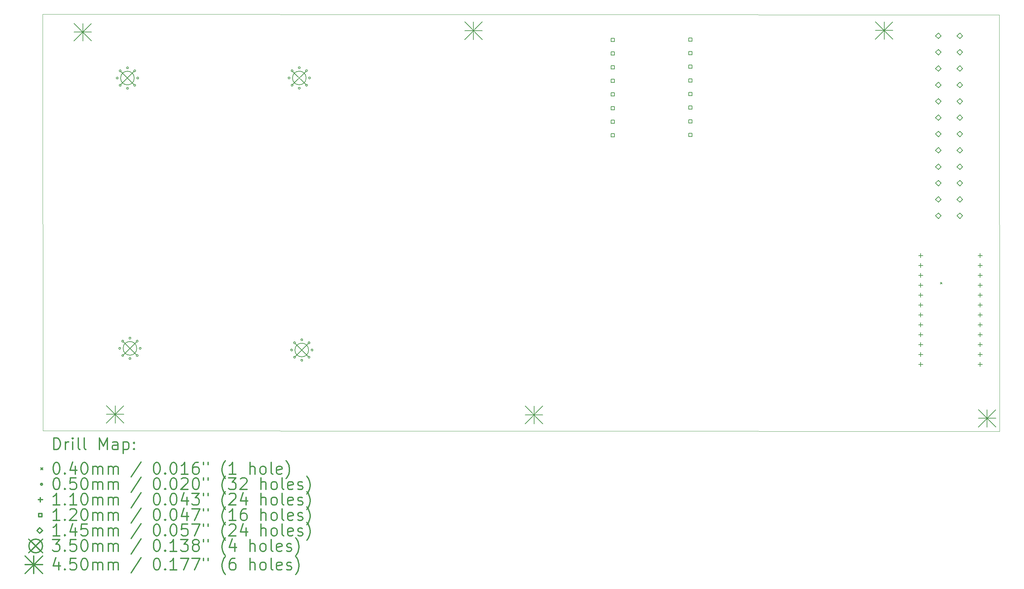
<source format=gbr>
%FSLAX45Y45*%
G04 Gerber Fmt 4.5, Leading zero omitted, Abs format (unit mm)*
G04 Created by KiCad (PCBNEW (5.1.9)-1) date 2021-07-06 18:24:41*
%MOMM*%
%LPD*%
G01*
G04 APERTURE LIST*
%TA.AperFunction,Profile*%
%ADD10C,0.050000*%
%TD*%
%ADD11C,0.200000*%
%ADD12C,0.300000*%
G04 APERTURE END LIST*
D10*
X26916888Y-4550156D02*
X2396744Y-4533392D01*
X26924508Y-15243556D02*
X2404364Y-15226792D01*
X2396744Y-4533392D02*
X2405888Y-15226284D01*
X26916888Y-4551172D02*
X26926032Y-15244064D01*
D11*
X25408956Y-11421176D02*
X25448956Y-11461176D01*
X25448956Y-11421176D02*
X25408956Y-11461176D01*
X4332976Y-6173724D02*
G75*
G03*
X4332976Y-6173724I-25000J0D01*
G01*
X4396984Y-13113004D02*
G75*
G03*
X4396984Y-13113004I-25000J0D01*
G01*
X4409861Y-5988108D02*
G75*
G03*
X4409861Y-5988108I-25000J0D01*
G01*
X4409861Y-6359339D02*
G75*
G03*
X4409861Y-6359339I-25000J0D01*
G01*
X4473869Y-12927388D02*
G75*
G03*
X4473869Y-12927388I-25000J0D01*
G01*
X4473869Y-13298619D02*
G75*
G03*
X4473869Y-13298619I-25000J0D01*
G01*
X4595476Y-5911224D02*
G75*
G03*
X4595476Y-5911224I-25000J0D01*
G01*
X4595476Y-6436224D02*
G75*
G03*
X4595476Y-6436224I-25000J0D01*
G01*
X4659484Y-12850504D02*
G75*
G03*
X4659484Y-12850504I-25000J0D01*
G01*
X4659484Y-13375504D02*
G75*
G03*
X4659484Y-13375504I-25000J0D01*
G01*
X4781092Y-5988108D02*
G75*
G03*
X4781092Y-5988108I-25000J0D01*
G01*
X4781092Y-6359339D02*
G75*
G03*
X4781092Y-6359339I-25000J0D01*
G01*
X4845100Y-12927388D02*
G75*
G03*
X4845100Y-12927388I-25000J0D01*
G01*
X4845100Y-13298619D02*
G75*
G03*
X4845100Y-13298619I-25000J0D01*
G01*
X4857976Y-6173724D02*
G75*
G03*
X4857976Y-6173724I-25000J0D01*
G01*
X4921984Y-13113004D02*
G75*
G03*
X4921984Y-13113004I-25000J0D01*
G01*
X8737844Y-6171692D02*
G75*
G03*
X8737844Y-6171692I-25000J0D01*
G01*
X8801344Y-13155676D02*
G75*
G03*
X8801344Y-13155676I-25000J0D01*
G01*
X8814729Y-5986076D02*
G75*
G03*
X8814729Y-5986076I-25000J0D01*
G01*
X8814729Y-6357307D02*
G75*
G03*
X8814729Y-6357307I-25000J0D01*
G01*
X8878229Y-12970060D02*
G75*
G03*
X8878229Y-12970060I-25000J0D01*
G01*
X8878229Y-13341291D02*
G75*
G03*
X8878229Y-13341291I-25000J0D01*
G01*
X9000344Y-5909192D02*
G75*
G03*
X9000344Y-5909192I-25000J0D01*
G01*
X9000344Y-6434192D02*
G75*
G03*
X9000344Y-6434192I-25000J0D01*
G01*
X9063844Y-12893176D02*
G75*
G03*
X9063844Y-12893176I-25000J0D01*
G01*
X9063844Y-13418176D02*
G75*
G03*
X9063844Y-13418176I-25000J0D01*
G01*
X9185960Y-5986076D02*
G75*
G03*
X9185960Y-5986076I-25000J0D01*
G01*
X9185960Y-6357307D02*
G75*
G03*
X9185960Y-6357307I-25000J0D01*
G01*
X9249460Y-12970060D02*
G75*
G03*
X9249460Y-12970060I-25000J0D01*
G01*
X9249460Y-13341291D02*
G75*
G03*
X9249460Y-13341291I-25000J0D01*
G01*
X9262844Y-6171692D02*
G75*
G03*
X9262844Y-6171692I-25000J0D01*
G01*
X9326344Y-13155676D02*
G75*
G03*
X9326344Y-13155676I-25000J0D01*
G01*
X24902668Y-10676500D02*
X24902668Y-10786500D01*
X24847668Y-10731500D02*
X24957668Y-10731500D01*
X24902668Y-10930500D02*
X24902668Y-11040500D01*
X24847668Y-10985500D02*
X24957668Y-10985500D01*
X24902668Y-11184500D02*
X24902668Y-11294500D01*
X24847668Y-11239500D02*
X24957668Y-11239500D01*
X24902668Y-11438500D02*
X24902668Y-11548500D01*
X24847668Y-11493500D02*
X24957668Y-11493500D01*
X24902668Y-11692500D02*
X24902668Y-11802500D01*
X24847668Y-11747500D02*
X24957668Y-11747500D01*
X24902668Y-11946500D02*
X24902668Y-12056500D01*
X24847668Y-12001500D02*
X24957668Y-12001500D01*
X24902668Y-12200500D02*
X24902668Y-12310500D01*
X24847668Y-12255500D02*
X24957668Y-12255500D01*
X24902668Y-12454500D02*
X24902668Y-12564500D01*
X24847668Y-12509500D02*
X24957668Y-12509500D01*
X24902668Y-12708500D02*
X24902668Y-12818500D01*
X24847668Y-12763500D02*
X24957668Y-12763500D01*
X24902668Y-12962500D02*
X24902668Y-13072500D01*
X24847668Y-13017500D02*
X24957668Y-13017500D01*
X24902668Y-13216500D02*
X24902668Y-13326500D01*
X24847668Y-13271500D02*
X24957668Y-13271500D01*
X24902668Y-13470500D02*
X24902668Y-13580500D01*
X24847668Y-13525500D02*
X24957668Y-13525500D01*
X26426668Y-10676500D02*
X26426668Y-10786500D01*
X26371668Y-10731500D02*
X26481668Y-10731500D01*
X26426668Y-10930500D02*
X26426668Y-11040500D01*
X26371668Y-10985500D02*
X26481668Y-10985500D01*
X26426668Y-11184500D02*
X26426668Y-11294500D01*
X26371668Y-11239500D02*
X26481668Y-11239500D01*
X26426668Y-11438500D02*
X26426668Y-11548500D01*
X26371668Y-11493500D02*
X26481668Y-11493500D01*
X26426668Y-11692500D02*
X26426668Y-11802500D01*
X26371668Y-11747500D02*
X26481668Y-11747500D01*
X26426668Y-11946500D02*
X26426668Y-12056500D01*
X26371668Y-12001500D02*
X26481668Y-12001500D01*
X26426668Y-12200500D02*
X26426668Y-12310500D01*
X26371668Y-12255500D02*
X26481668Y-12255500D01*
X26426668Y-12454500D02*
X26426668Y-12564500D01*
X26371668Y-12509500D02*
X26481668Y-12509500D01*
X26426668Y-12708500D02*
X26426668Y-12818500D01*
X26371668Y-12763500D02*
X26481668Y-12763500D01*
X26426668Y-12962500D02*
X26426668Y-13072500D01*
X26371668Y-13017500D02*
X26481668Y-13017500D01*
X26426668Y-13216500D02*
X26426668Y-13326500D01*
X26371668Y-13271500D02*
X26481668Y-13271500D01*
X26426668Y-13470500D02*
X26426668Y-13580500D01*
X26371668Y-13525500D02*
X26481668Y-13525500D01*
X17050775Y-5237767D02*
X17050775Y-5152913D01*
X16965921Y-5152913D01*
X16965921Y-5237767D01*
X17050775Y-5237767D01*
X17050775Y-5587767D02*
X17050775Y-5502913D01*
X16965921Y-5502913D01*
X16965921Y-5587767D01*
X17050775Y-5587767D01*
X17050775Y-5937767D02*
X17050775Y-5852913D01*
X16965921Y-5852913D01*
X16965921Y-5937767D01*
X17050775Y-5937767D01*
X17050775Y-6287767D02*
X17050775Y-6202913D01*
X16965921Y-6202913D01*
X16965921Y-6287767D01*
X17050775Y-6287767D01*
X17050775Y-6637767D02*
X17050775Y-6552913D01*
X16965921Y-6552913D01*
X16965921Y-6637767D01*
X17050775Y-6637767D01*
X17050775Y-6987767D02*
X17050775Y-6902913D01*
X16965921Y-6902913D01*
X16965921Y-6987767D01*
X17050775Y-6987767D01*
X17050775Y-7337767D02*
X17050775Y-7252913D01*
X16965921Y-7252913D01*
X16965921Y-7337767D01*
X17050775Y-7337767D01*
X17050775Y-7687767D02*
X17050775Y-7602913D01*
X16965921Y-7602913D01*
X16965921Y-7687767D01*
X17050775Y-7687767D01*
X19040611Y-5224559D02*
X19040611Y-5139705D01*
X18955757Y-5139705D01*
X18955757Y-5224559D01*
X19040611Y-5224559D01*
X19040611Y-5574559D02*
X19040611Y-5489705D01*
X18955757Y-5489705D01*
X18955757Y-5574559D01*
X19040611Y-5574559D01*
X19040611Y-5924559D02*
X19040611Y-5839705D01*
X18955757Y-5839705D01*
X18955757Y-5924559D01*
X19040611Y-5924559D01*
X19040611Y-6274559D02*
X19040611Y-6189705D01*
X18955757Y-6189705D01*
X18955757Y-6274559D01*
X19040611Y-6274559D01*
X19040611Y-6624559D02*
X19040611Y-6539705D01*
X18955757Y-6539705D01*
X18955757Y-6624559D01*
X19040611Y-6624559D01*
X19040611Y-6974559D02*
X19040611Y-6889705D01*
X18955757Y-6889705D01*
X18955757Y-6974559D01*
X19040611Y-6974559D01*
X19040611Y-7324559D02*
X19040611Y-7239705D01*
X18955757Y-7239705D01*
X18955757Y-7324559D01*
X19040611Y-7324559D01*
X19040611Y-7674559D02*
X19040611Y-7589705D01*
X18955757Y-7589705D01*
X18955757Y-7674559D01*
X19040611Y-7674559D01*
X25355296Y-5162920D02*
X25427796Y-5090420D01*
X25355296Y-5017920D01*
X25282796Y-5090420D01*
X25355296Y-5162920D01*
X25355296Y-5582920D02*
X25427796Y-5510420D01*
X25355296Y-5437920D01*
X25282796Y-5510420D01*
X25355296Y-5582920D01*
X25355296Y-6002920D02*
X25427796Y-5930420D01*
X25355296Y-5857920D01*
X25282796Y-5930420D01*
X25355296Y-6002920D01*
X25355296Y-6422920D02*
X25427796Y-6350420D01*
X25355296Y-6277920D01*
X25282796Y-6350420D01*
X25355296Y-6422920D01*
X25355296Y-6842920D02*
X25427796Y-6770420D01*
X25355296Y-6697920D01*
X25282796Y-6770420D01*
X25355296Y-6842920D01*
X25355296Y-7262920D02*
X25427796Y-7190420D01*
X25355296Y-7117920D01*
X25282796Y-7190420D01*
X25355296Y-7262920D01*
X25355296Y-7682920D02*
X25427796Y-7610420D01*
X25355296Y-7537920D01*
X25282796Y-7610420D01*
X25355296Y-7682920D01*
X25355296Y-8102920D02*
X25427796Y-8030420D01*
X25355296Y-7957920D01*
X25282796Y-8030420D01*
X25355296Y-8102920D01*
X25355296Y-8522920D02*
X25427796Y-8450420D01*
X25355296Y-8377920D01*
X25282796Y-8450420D01*
X25355296Y-8522920D01*
X25355296Y-8942920D02*
X25427796Y-8870420D01*
X25355296Y-8797920D01*
X25282796Y-8870420D01*
X25355296Y-8942920D01*
X25355296Y-9362920D02*
X25427796Y-9290420D01*
X25355296Y-9217920D01*
X25282796Y-9290420D01*
X25355296Y-9362920D01*
X25355296Y-9782920D02*
X25427796Y-9710420D01*
X25355296Y-9637920D01*
X25282796Y-9710420D01*
X25355296Y-9782920D01*
X25905296Y-5162920D02*
X25977796Y-5090420D01*
X25905296Y-5017920D01*
X25832796Y-5090420D01*
X25905296Y-5162920D01*
X25905296Y-5582920D02*
X25977796Y-5510420D01*
X25905296Y-5437920D01*
X25832796Y-5510420D01*
X25905296Y-5582920D01*
X25905296Y-6002920D02*
X25977796Y-5930420D01*
X25905296Y-5857920D01*
X25832796Y-5930420D01*
X25905296Y-6002920D01*
X25905296Y-6422920D02*
X25977796Y-6350420D01*
X25905296Y-6277920D01*
X25832796Y-6350420D01*
X25905296Y-6422920D01*
X25905296Y-6842920D02*
X25977796Y-6770420D01*
X25905296Y-6697920D01*
X25832796Y-6770420D01*
X25905296Y-6842920D01*
X25905296Y-7262920D02*
X25977796Y-7190420D01*
X25905296Y-7117920D01*
X25832796Y-7190420D01*
X25905296Y-7262920D01*
X25905296Y-7682920D02*
X25977796Y-7610420D01*
X25905296Y-7537920D01*
X25832796Y-7610420D01*
X25905296Y-7682920D01*
X25905296Y-8102920D02*
X25977796Y-8030420D01*
X25905296Y-7957920D01*
X25832796Y-8030420D01*
X25905296Y-8102920D01*
X25905296Y-8522920D02*
X25977796Y-8450420D01*
X25905296Y-8377920D01*
X25832796Y-8450420D01*
X25905296Y-8522920D01*
X25905296Y-8942920D02*
X25977796Y-8870420D01*
X25905296Y-8797920D01*
X25832796Y-8870420D01*
X25905296Y-8942920D01*
X25905296Y-9362920D02*
X25977796Y-9290420D01*
X25905296Y-9217920D01*
X25832796Y-9290420D01*
X25905296Y-9362920D01*
X25905296Y-9782920D02*
X25977796Y-9710420D01*
X25905296Y-9637920D01*
X25832796Y-9710420D01*
X25905296Y-9782920D01*
X4395476Y-5998724D02*
X4745476Y-6348724D01*
X4745476Y-5998724D02*
X4395476Y-6348724D01*
X4745476Y-6173724D02*
G75*
G03*
X4745476Y-6173724I-175000J0D01*
G01*
X4459484Y-12938004D02*
X4809484Y-13288004D01*
X4809484Y-12938004D02*
X4459484Y-13288004D01*
X4809484Y-13113004D02*
G75*
G03*
X4809484Y-13113004I-175000J0D01*
G01*
X8800344Y-5996692D02*
X9150344Y-6346692D01*
X9150344Y-5996692D02*
X8800344Y-6346692D01*
X9150344Y-6171692D02*
G75*
G03*
X9150344Y-6171692I-175000J0D01*
G01*
X8863844Y-12980676D02*
X9213844Y-13330676D01*
X9213844Y-12980676D02*
X8863844Y-13330676D01*
X9213844Y-13155676D02*
G75*
G03*
X9213844Y-13155676I-175000J0D01*
G01*
X3200444Y-4770672D02*
X3650444Y-5220672D01*
X3650444Y-4770672D02*
X3200444Y-5220672D01*
X3425444Y-4770672D02*
X3425444Y-5220672D01*
X3200444Y-4995672D02*
X3650444Y-4995672D01*
X4030008Y-14580660D02*
X4480008Y-15030660D01*
X4480008Y-14580660D02*
X4030008Y-15030660D01*
X4255008Y-14580660D02*
X4255008Y-15030660D01*
X4030008Y-14805660D02*
X4480008Y-14805660D01*
X13214140Y-4732064D02*
X13664140Y-5182064D01*
X13664140Y-4732064D02*
X13214140Y-5182064D01*
X13439140Y-4732064D02*
X13439140Y-5182064D01*
X13214140Y-4957064D02*
X13664140Y-4957064D01*
X14768112Y-14595900D02*
X15218112Y-15045900D01*
X15218112Y-14595900D02*
X14768112Y-15045900D01*
X14993112Y-14595900D02*
X14993112Y-15045900D01*
X14768112Y-14820900D02*
X15218112Y-14820900D01*
X23740408Y-4725968D02*
X24190408Y-5175968D01*
X24190408Y-4725968D02*
X23740408Y-5175968D01*
X23965408Y-4725968D02*
X23965408Y-5175968D01*
X23740408Y-4950968D02*
X24190408Y-4950968D01*
X26378452Y-14684800D02*
X26828452Y-15134800D01*
X26828452Y-14684800D02*
X26378452Y-15134800D01*
X26603452Y-14684800D02*
X26603452Y-15134800D01*
X26378452Y-14909800D02*
X26828452Y-14909800D01*
D12*
X2680672Y-15712278D02*
X2680672Y-15412278D01*
X2752101Y-15412278D01*
X2794958Y-15426564D01*
X2823530Y-15455135D01*
X2837815Y-15483707D01*
X2852101Y-15540850D01*
X2852101Y-15583707D01*
X2837815Y-15640850D01*
X2823530Y-15669421D01*
X2794958Y-15697993D01*
X2752101Y-15712278D01*
X2680672Y-15712278D01*
X2980672Y-15712278D02*
X2980672Y-15512278D01*
X2980672Y-15569421D02*
X2994958Y-15540850D01*
X3009244Y-15526564D01*
X3037815Y-15512278D01*
X3066387Y-15512278D01*
X3166387Y-15712278D02*
X3166387Y-15512278D01*
X3166387Y-15412278D02*
X3152101Y-15426564D01*
X3166387Y-15440850D01*
X3180672Y-15426564D01*
X3166387Y-15412278D01*
X3166387Y-15440850D01*
X3352101Y-15712278D02*
X3323530Y-15697993D01*
X3309244Y-15669421D01*
X3309244Y-15412278D01*
X3509244Y-15712278D02*
X3480672Y-15697993D01*
X3466387Y-15669421D01*
X3466387Y-15412278D01*
X3852101Y-15712278D02*
X3852101Y-15412278D01*
X3952101Y-15626564D01*
X4052101Y-15412278D01*
X4052101Y-15712278D01*
X4323530Y-15712278D02*
X4323530Y-15555135D01*
X4309244Y-15526564D01*
X4280672Y-15512278D01*
X4223530Y-15512278D01*
X4194958Y-15526564D01*
X4323530Y-15697993D02*
X4294958Y-15712278D01*
X4223530Y-15712278D01*
X4194958Y-15697993D01*
X4180672Y-15669421D01*
X4180672Y-15640850D01*
X4194958Y-15612278D01*
X4223530Y-15597993D01*
X4294958Y-15597993D01*
X4323530Y-15583707D01*
X4466387Y-15512278D02*
X4466387Y-15812278D01*
X4466387Y-15526564D02*
X4494958Y-15512278D01*
X4552101Y-15512278D01*
X4580672Y-15526564D01*
X4594958Y-15540850D01*
X4609244Y-15569421D01*
X4609244Y-15655135D01*
X4594958Y-15683707D01*
X4580672Y-15697993D01*
X4552101Y-15712278D01*
X4494958Y-15712278D01*
X4466387Y-15697993D01*
X4737815Y-15683707D02*
X4752101Y-15697993D01*
X4737815Y-15712278D01*
X4723530Y-15697993D01*
X4737815Y-15683707D01*
X4737815Y-15712278D01*
X4737815Y-15526564D02*
X4752101Y-15540850D01*
X4737815Y-15555135D01*
X4723530Y-15540850D01*
X4737815Y-15526564D01*
X4737815Y-15555135D01*
X2354244Y-16186564D02*
X2394244Y-16226564D01*
X2394244Y-16186564D02*
X2354244Y-16226564D01*
X2737815Y-16042278D02*
X2766387Y-16042278D01*
X2794958Y-16056564D01*
X2809244Y-16070850D01*
X2823530Y-16099421D01*
X2837815Y-16156564D01*
X2837815Y-16227993D01*
X2823530Y-16285135D01*
X2809244Y-16313707D01*
X2794958Y-16327993D01*
X2766387Y-16342278D01*
X2737815Y-16342278D01*
X2709244Y-16327993D01*
X2694958Y-16313707D01*
X2680672Y-16285135D01*
X2666387Y-16227993D01*
X2666387Y-16156564D01*
X2680672Y-16099421D01*
X2694958Y-16070850D01*
X2709244Y-16056564D01*
X2737815Y-16042278D01*
X2966387Y-16313707D02*
X2980672Y-16327993D01*
X2966387Y-16342278D01*
X2952101Y-16327993D01*
X2966387Y-16313707D01*
X2966387Y-16342278D01*
X3237815Y-16142278D02*
X3237815Y-16342278D01*
X3166387Y-16027993D02*
X3094958Y-16242278D01*
X3280672Y-16242278D01*
X3452101Y-16042278D02*
X3480672Y-16042278D01*
X3509244Y-16056564D01*
X3523530Y-16070850D01*
X3537815Y-16099421D01*
X3552101Y-16156564D01*
X3552101Y-16227993D01*
X3537815Y-16285135D01*
X3523530Y-16313707D01*
X3509244Y-16327993D01*
X3480672Y-16342278D01*
X3452101Y-16342278D01*
X3423530Y-16327993D01*
X3409244Y-16313707D01*
X3394958Y-16285135D01*
X3380672Y-16227993D01*
X3380672Y-16156564D01*
X3394958Y-16099421D01*
X3409244Y-16070850D01*
X3423530Y-16056564D01*
X3452101Y-16042278D01*
X3680672Y-16342278D02*
X3680672Y-16142278D01*
X3680672Y-16170850D02*
X3694958Y-16156564D01*
X3723530Y-16142278D01*
X3766387Y-16142278D01*
X3794958Y-16156564D01*
X3809244Y-16185135D01*
X3809244Y-16342278D01*
X3809244Y-16185135D02*
X3823530Y-16156564D01*
X3852101Y-16142278D01*
X3894958Y-16142278D01*
X3923530Y-16156564D01*
X3937815Y-16185135D01*
X3937815Y-16342278D01*
X4080672Y-16342278D02*
X4080672Y-16142278D01*
X4080672Y-16170850D02*
X4094958Y-16156564D01*
X4123530Y-16142278D01*
X4166387Y-16142278D01*
X4194958Y-16156564D01*
X4209244Y-16185135D01*
X4209244Y-16342278D01*
X4209244Y-16185135D02*
X4223530Y-16156564D01*
X4252101Y-16142278D01*
X4294958Y-16142278D01*
X4323530Y-16156564D01*
X4337815Y-16185135D01*
X4337815Y-16342278D01*
X4923530Y-16027993D02*
X4666387Y-16413707D01*
X5309244Y-16042278D02*
X5337815Y-16042278D01*
X5366387Y-16056564D01*
X5380672Y-16070850D01*
X5394958Y-16099421D01*
X5409244Y-16156564D01*
X5409244Y-16227993D01*
X5394958Y-16285135D01*
X5380672Y-16313707D01*
X5366387Y-16327993D01*
X5337815Y-16342278D01*
X5309244Y-16342278D01*
X5280672Y-16327993D01*
X5266387Y-16313707D01*
X5252101Y-16285135D01*
X5237815Y-16227993D01*
X5237815Y-16156564D01*
X5252101Y-16099421D01*
X5266387Y-16070850D01*
X5280672Y-16056564D01*
X5309244Y-16042278D01*
X5537815Y-16313707D02*
X5552101Y-16327993D01*
X5537815Y-16342278D01*
X5523530Y-16327993D01*
X5537815Y-16313707D01*
X5537815Y-16342278D01*
X5737815Y-16042278D02*
X5766387Y-16042278D01*
X5794958Y-16056564D01*
X5809244Y-16070850D01*
X5823530Y-16099421D01*
X5837815Y-16156564D01*
X5837815Y-16227993D01*
X5823530Y-16285135D01*
X5809244Y-16313707D01*
X5794958Y-16327993D01*
X5766387Y-16342278D01*
X5737815Y-16342278D01*
X5709244Y-16327993D01*
X5694958Y-16313707D01*
X5680672Y-16285135D01*
X5666387Y-16227993D01*
X5666387Y-16156564D01*
X5680672Y-16099421D01*
X5694958Y-16070850D01*
X5709244Y-16056564D01*
X5737815Y-16042278D01*
X6123530Y-16342278D02*
X5952101Y-16342278D01*
X6037815Y-16342278D02*
X6037815Y-16042278D01*
X6009244Y-16085135D01*
X5980672Y-16113707D01*
X5952101Y-16127993D01*
X6380672Y-16042278D02*
X6323530Y-16042278D01*
X6294958Y-16056564D01*
X6280672Y-16070850D01*
X6252101Y-16113707D01*
X6237815Y-16170850D01*
X6237815Y-16285135D01*
X6252101Y-16313707D01*
X6266387Y-16327993D01*
X6294958Y-16342278D01*
X6352101Y-16342278D01*
X6380672Y-16327993D01*
X6394958Y-16313707D01*
X6409244Y-16285135D01*
X6409244Y-16213707D01*
X6394958Y-16185135D01*
X6380672Y-16170850D01*
X6352101Y-16156564D01*
X6294958Y-16156564D01*
X6266387Y-16170850D01*
X6252101Y-16185135D01*
X6237815Y-16213707D01*
X6523530Y-16042278D02*
X6523530Y-16099421D01*
X6637815Y-16042278D02*
X6637815Y-16099421D01*
X7080672Y-16456564D02*
X7066387Y-16442278D01*
X7037815Y-16399421D01*
X7023530Y-16370850D01*
X7009244Y-16327993D01*
X6994958Y-16256564D01*
X6994958Y-16199421D01*
X7009244Y-16127993D01*
X7023530Y-16085135D01*
X7037815Y-16056564D01*
X7066387Y-16013707D01*
X7080672Y-15999421D01*
X7352101Y-16342278D02*
X7180672Y-16342278D01*
X7266387Y-16342278D02*
X7266387Y-16042278D01*
X7237815Y-16085135D01*
X7209244Y-16113707D01*
X7180672Y-16127993D01*
X7709244Y-16342278D02*
X7709244Y-16042278D01*
X7837815Y-16342278D02*
X7837815Y-16185135D01*
X7823530Y-16156564D01*
X7794958Y-16142278D01*
X7752101Y-16142278D01*
X7723530Y-16156564D01*
X7709244Y-16170850D01*
X8023530Y-16342278D02*
X7994958Y-16327993D01*
X7980672Y-16313707D01*
X7966387Y-16285135D01*
X7966387Y-16199421D01*
X7980672Y-16170850D01*
X7994958Y-16156564D01*
X8023530Y-16142278D01*
X8066387Y-16142278D01*
X8094958Y-16156564D01*
X8109244Y-16170850D01*
X8123530Y-16199421D01*
X8123530Y-16285135D01*
X8109244Y-16313707D01*
X8094958Y-16327993D01*
X8066387Y-16342278D01*
X8023530Y-16342278D01*
X8294958Y-16342278D02*
X8266387Y-16327993D01*
X8252101Y-16299421D01*
X8252101Y-16042278D01*
X8523530Y-16327993D02*
X8494958Y-16342278D01*
X8437815Y-16342278D01*
X8409244Y-16327993D01*
X8394958Y-16299421D01*
X8394958Y-16185135D01*
X8409244Y-16156564D01*
X8437815Y-16142278D01*
X8494958Y-16142278D01*
X8523530Y-16156564D01*
X8537815Y-16185135D01*
X8537815Y-16213707D01*
X8394958Y-16242278D01*
X8637815Y-16456564D02*
X8652101Y-16442278D01*
X8680672Y-16399421D01*
X8694958Y-16370850D01*
X8709244Y-16327993D01*
X8723530Y-16256564D01*
X8723530Y-16199421D01*
X8709244Y-16127993D01*
X8694958Y-16085135D01*
X8680672Y-16056564D01*
X8652101Y-16013707D01*
X8637815Y-15999421D01*
X2394244Y-16602564D02*
G75*
G03*
X2394244Y-16602564I-25000J0D01*
G01*
X2737815Y-16438278D02*
X2766387Y-16438278D01*
X2794958Y-16452564D01*
X2809244Y-16466850D01*
X2823530Y-16495421D01*
X2837815Y-16552564D01*
X2837815Y-16623993D01*
X2823530Y-16681135D01*
X2809244Y-16709707D01*
X2794958Y-16723993D01*
X2766387Y-16738278D01*
X2737815Y-16738278D01*
X2709244Y-16723993D01*
X2694958Y-16709707D01*
X2680672Y-16681135D01*
X2666387Y-16623993D01*
X2666387Y-16552564D01*
X2680672Y-16495421D01*
X2694958Y-16466850D01*
X2709244Y-16452564D01*
X2737815Y-16438278D01*
X2966387Y-16709707D02*
X2980672Y-16723993D01*
X2966387Y-16738278D01*
X2952101Y-16723993D01*
X2966387Y-16709707D01*
X2966387Y-16738278D01*
X3252101Y-16438278D02*
X3109244Y-16438278D01*
X3094958Y-16581135D01*
X3109244Y-16566850D01*
X3137815Y-16552564D01*
X3209244Y-16552564D01*
X3237815Y-16566850D01*
X3252101Y-16581135D01*
X3266387Y-16609707D01*
X3266387Y-16681135D01*
X3252101Y-16709707D01*
X3237815Y-16723993D01*
X3209244Y-16738278D01*
X3137815Y-16738278D01*
X3109244Y-16723993D01*
X3094958Y-16709707D01*
X3452101Y-16438278D02*
X3480672Y-16438278D01*
X3509244Y-16452564D01*
X3523530Y-16466850D01*
X3537815Y-16495421D01*
X3552101Y-16552564D01*
X3552101Y-16623993D01*
X3537815Y-16681135D01*
X3523530Y-16709707D01*
X3509244Y-16723993D01*
X3480672Y-16738278D01*
X3452101Y-16738278D01*
X3423530Y-16723993D01*
X3409244Y-16709707D01*
X3394958Y-16681135D01*
X3380672Y-16623993D01*
X3380672Y-16552564D01*
X3394958Y-16495421D01*
X3409244Y-16466850D01*
X3423530Y-16452564D01*
X3452101Y-16438278D01*
X3680672Y-16738278D02*
X3680672Y-16538278D01*
X3680672Y-16566850D02*
X3694958Y-16552564D01*
X3723530Y-16538278D01*
X3766387Y-16538278D01*
X3794958Y-16552564D01*
X3809244Y-16581135D01*
X3809244Y-16738278D01*
X3809244Y-16581135D02*
X3823530Y-16552564D01*
X3852101Y-16538278D01*
X3894958Y-16538278D01*
X3923530Y-16552564D01*
X3937815Y-16581135D01*
X3937815Y-16738278D01*
X4080672Y-16738278D02*
X4080672Y-16538278D01*
X4080672Y-16566850D02*
X4094958Y-16552564D01*
X4123530Y-16538278D01*
X4166387Y-16538278D01*
X4194958Y-16552564D01*
X4209244Y-16581135D01*
X4209244Y-16738278D01*
X4209244Y-16581135D02*
X4223530Y-16552564D01*
X4252101Y-16538278D01*
X4294958Y-16538278D01*
X4323530Y-16552564D01*
X4337815Y-16581135D01*
X4337815Y-16738278D01*
X4923530Y-16423993D02*
X4666387Y-16809707D01*
X5309244Y-16438278D02*
X5337815Y-16438278D01*
X5366387Y-16452564D01*
X5380672Y-16466850D01*
X5394958Y-16495421D01*
X5409244Y-16552564D01*
X5409244Y-16623993D01*
X5394958Y-16681135D01*
X5380672Y-16709707D01*
X5366387Y-16723993D01*
X5337815Y-16738278D01*
X5309244Y-16738278D01*
X5280672Y-16723993D01*
X5266387Y-16709707D01*
X5252101Y-16681135D01*
X5237815Y-16623993D01*
X5237815Y-16552564D01*
X5252101Y-16495421D01*
X5266387Y-16466850D01*
X5280672Y-16452564D01*
X5309244Y-16438278D01*
X5537815Y-16709707D02*
X5552101Y-16723993D01*
X5537815Y-16738278D01*
X5523530Y-16723993D01*
X5537815Y-16709707D01*
X5537815Y-16738278D01*
X5737815Y-16438278D02*
X5766387Y-16438278D01*
X5794958Y-16452564D01*
X5809244Y-16466850D01*
X5823530Y-16495421D01*
X5837815Y-16552564D01*
X5837815Y-16623993D01*
X5823530Y-16681135D01*
X5809244Y-16709707D01*
X5794958Y-16723993D01*
X5766387Y-16738278D01*
X5737815Y-16738278D01*
X5709244Y-16723993D01*
X5694958Y-16709707D01*
X5680672Y-16681135D01*
X5666387Y-16623993D01*
X5666387Y-16552564D01*
X5680672Y-16495421D01*
X5694958Y-16466850D01*
X5709244Y-16452564D01*
X5737815Y-16438278D01*
X5952101Y-16466850D02*
X5966387Y-16452564D01*
X5994958Y-16438278D01*
X6066387Y-16438278D01*
X6094958Y-16452564D01*
X6109244Y-16466850D01*
X6123530Y-16495421D01*
X6123530Y-16523993D01*
X6109244Y-16566850D01*
X5937815Y-16738278D01*
X6123530Y-16738278D01*
X6309244Y-16438278D02*
X6337815Y-16438278D01*
X6366387Y-16452564D01*
X6380672Y-16466850D01*
X6394958Y-16495421D01*
X6409244Y-16552564D01*
X6409244Y-16623993D01*
X6394958Y-16681135D01*
X6380672Y-16709707D01*
X6366387Y-16723993D01*
X6337815Y-16738278D01*
X6309244Y-16738278D01*
X6280672Y-16723993D01*
X6266387Y-16709707D01*
X6252101Y-16681135D01*
X6237815Y-16623993D01*
X6237815Y-16552564D01*
X6252101Y-16495421D01*
X6266387Y-16466850D01*
X6280672Y-16452564D01*
X6309244Y-16438278D01*
X6523530Y-16438278D02*
X6523530Y-16495421D01*
X6637815Y-16438278D02*
X6637815Y-16495421D01*
X7080672Y-16852564D02*
X7066387Y-16838278D01*
X7037815Y-16795421D01*
X7023530Y-16766850D01*
X7009244Y-16723993D01*
X6994958Y-16652564D01*
X6994958Y-16595421D01*
X7009244Y-16523993D01*
X7023530Y-16481135D01*
X7037815Y-16452564D01*
X7066387Y-16409707D01*
X7080672Y-16395421D01*
X7166387Y-16438278D02*
X7352101Y-16438278D01*
X7252101Y-16552564D01*
X7294958Y-16552564D01*
X7323530Y-16566850D01*
X7337815Y-16581135D01*
X7352101Y-16609707D01*
X7352101Y-16681135D01*
X7337815Y-16709707D01*
X7323530Y-16723993D01*
X7294958Y-16738278D01*
X7209244Y-16738278D01*
X7180672Y-16723993D01*
X7166387Y-16709707D01*
X7466387Y-16466850D02*
X7480672Y-16452564D01*
X7509244Y-16438278D01*
X7580672Y-16438278D01*
X7609244Y-16452564D01*
X7623530Y-16466850D01*
X7637815Y-16495421D01*
X7637815Y-16523993D01*
X7623530Y-16566850D01*
X7452101Y-16738278D01*
X7637815Y-16738278D01*
X7994958Y-16738278D02*
X7994958Y-16438278D01*
X8123530Y-16738278D02*
X8123530Y-16581135D01*
X8109244Y-16552564D01*
X8080672Y-16538278D01*
X8037815Y-16538278D01*
X8009244Y-16552564D01*
X7994958Y-16566850D01*
X8309244Y-16738278D02*
X8280672Y-16723993D01*
X8266387Y-16709707D01*
X8252101Y-16681135D01*
X8252101Y-16595421D01*
X8266387Y-16566850D01*
X8280672Y-16552564D01*
X8309244Y-16538278D01*
X8352101Y-16538278D01*
X8380672Y-16552564D01*
X8394958Y-16566850D01*
X8409244Y-16595421D01*
X8409244Y-16681135D01*
X8394958Y-16709707D01*
X8380672Y-16723993D01*
X8352101Y-16738278D01*
X8309244Y-16738278D01*
X8580672Y-16738278D02*
X8552101Y-16723993D01*
X8537815Y-16695421D01*
X8537815Y-16438278D01*
X8809244Y-16723993D02*
X8780672Y-16738278D01*
X8723530Y-16738278D01*
X8694958Y-16723993D01*
X8680672Y-16695421D01*
X8680672Y-16581135D01*
X8694958Y-16552564D01*
X8723530Y-16538278D01*
X8780672Y-16538278D01*
X8809244Y-16552564D01*
X8823530Y-16581135D01*
X8823530Y-16609707D01*
X8680672Y-16638278D01*
X8937815Y-16723993D02*
X8966387Y-16738278D01*
X9023530Y-16738278D01*
X9052101Y-16723993D01*
X9066387Y-16695421D01*
X9066387Y-16681135D01*
X9052101Y-16652564D01*
X9023530Y-16638278D01*
X8980672Y-16638278D01*
X8952101Y-16623993D01*
X8937815Y-16595421D01*
X8937815Y-16581135D01*
X8952101Y-16552564D01*
X8980672Y-16538278D01*
X9023530Y-16538278D01*
X9052101Y-16552564D01*
X9166387Y-16852564D02*
X9180672Y-16838278D01*
X9209244Y-16795421D01*
X9223530Y-16766850D01*
X9237815Y-16723993D01*
X9252101Y-16652564D01*
X9252101Y-16595421D01*
X9237815Y-16523993D01*
X9223530Y-16481135D01*
X9209244Y-16452564D01*
X9180672Y-16409707D01*
X9166387Y-16395421D01*
X2339244Y-16943564D02*
X2339244Y-17053564D01*
X2284244Y-16998564D02*
X2394244Y-16998564D01*
X2837815Y-17134278D02*
X2666387Y-17134278D01*
X2752101Y-17134278D02*
X2752101Y-16834278D01*
X2723530Y-16877136D01*
X2694958Y-16905707D01*
X2666387Y-16919993D01*
X2966387Y-17105707D02*
X2980672Y-17119993D01*
X2966387Y-17134278D01*
X2952101Y-17119993D01*
X2966387Y-17105707D01*
X2966387Y-17134278D01*
X3266387Y-17134278D02*
X3094958Y-17134278D01*
X3180672Y-17134278D02*
X3180672Y-16834278D01*
X3152101Y-16877136D01*
X3123530Y-16905707D01*
X3094958Y-16919993D01*
X3452101Y-16834278D02*
X3480672Y-16834278D01*
X3509244Y-16848564D01*
X3523530Y-16862850D01*
X3537815Y-16891421D01*
X3552101Y-16948564D01*
X3552101Y-17019993D01*
X3537815Y-17077136D01*
X3523530Y-17105707D01*
X3509244Y-17119993D01*
X3480672Y-17134278D01*
X3452101Y-17134278D01*
X3423530Y-17119993D01*
X3409244Y-17105707D01*
X3394958Y-17077136D01*
X3380672Y-17019993D01*
X3380672Y-16948564D01*
X3394958Y-16891421D01*
X3409244Y-16862850D01*
X3423530Y-16848564D01*
X3452101Y-16834278D01*
X3680672Y-17134278D02*
X3680672Y-16934278D01*
X3680672Y-16962850D02*
X3694958Y-16948564D01*
X3723530Y-16934278D01*
X3766387Y-16934278D01*
X3794958Y-16948564D01*
X3809244Y-16977136D01*
X3809244Y-17134278D01*
X3809244Y-16977136D02*
X3823530Y-16948564D01*
X3852101Y-16934278D01*
X3894958Y-16934278D01*
X3923530Y-16948564D01*
X3937815Y-16977136D01*
X3937815Y-17134278D01*
X4080672Y-17134278D02*
X4080672Y-16934278D01*
X4080672Y-16962850D02*
X4094958Y-16948564D01*
X4123530Y-16934278D01*
X4166387Y-16934278D01*
X4194958Y-16948564D01*
X4209244Y-16977136D01*
X4209244Y-17134278D01*
X4209244Y-16977136D02*
X4223530Y-16948564D01*
X4252101Y-16934278D01*
X4294958Y-16934278D01*
X4323530Y-16948564D01*
X4337815Y-16977136D01*
X4337815Y-17134278D01*
X4923530Y-16819993D02*
X4666387Y-17205707D01*
X5309244Y-16834278D02*
X5337815Y-16834278D01*
X5366387Y-16848564D01*
X5380672Y-16862850D01*
X5394958Y-16891421D01*
X5409244Y-16948564D01*
X5409244Y-17019993D01*
X5394958Y-17077136D01*
X5380672Y-17105707D01*
X5366387Y-17119993D01*
X5337815Y-17134278D01*
X5309244Y-17134278D01*
X5280672Y-17119993D01*
X5266387Y-17105707D01*
X5252101Y-17077136D01*
X5237815Y-17019993D01*
X5237815Y-16948564D01*
X5252101Y-16891421D01*
X5266387Y-16862850D01*
X5280672Y-16848564D01*
X5309244Y-16834278D01*
X5537815Y-17105707D02*
X5552101Y-17119993D01*
X5537815Y-17134278D01*
X5523530Y-17119993D01*
X5537815Y-17105707D01*
X5537815Y-17134278D01*
X5737815Y-16834278D02*
X5766387Y-16834278D01*
X5794958Y-16848564D01*
X5809244Y-16862850D01*
X5823530Y-16891421D01*
X5837815Y-16948564D01*
X5837815Y-17019993D01*
X5823530Y-17077136D01*
X5809244Y-17105707D01*
X5794958Y-17119993D01*
X5766387Y-17134278D01*
X5737815Y-17134278D01*
X5709244Y-17119993D01*
X5694958Y-17105707D01*
X5680672Y-17077136D01*
X5666387Y-17019993D01*
X5666387Y-16948564D01*
X5680672Y-16891421D01*
X5694958Y-16862850D01*
X5709244Y-16848564D01*
X5737815Y-16834278D01*
X6094958Y-16934278D02*
X6094958Y-17134278D01*
X6023530Y-16819993D02*
X5952101Y-17034278D01*
X6137815Y-17034278D01*
X6223530Y-16834278D02*
X6409244Y-16834278D01*
X6309244Y-16948564D01*
X6352101Y-16948564D01*
X6380672Y-16962850D01*
X6394958Y-16977136D01*
X6409244Y-17005707D01*
X6409244Y-17077136D01*
X6394958Y-17105707D01*
X6380672Y-17119993D01*
X6352101Y-17134278D01*
X6266387Y-17134278D01*
X6237815Y-17119993D01*
X6223530Y-17105707D01*
X6523530Y-16834278D02*
X6523530Y-16891421D01*
X6637815Y-16834278D02*
X6637815Y-16891421D01*
X7080672Y-17248564D02*
X7066387Y-17234278D01*
X7037815Y-17191421D01*
X7023530Y-17162850D01*
X7009244Y-17119993D01*
X6994958Y-17048564D01*
X6994958Y-16991421D01*
X7009244Y-16919993D01*
X7023530Y-16877136D01*
X7037815Y-16848564D01*
X7066387Y-16805707D01*
X7080672Y-16791421D01*
X7180672Y-16862850D02*
X7194958Y-16848564D01*
X7223530Y-16834278D01*
X7294958Y-16834278D01*
X7323530Y-16848564D01*
X7337815Y-16862850D01*
X7352101Y-16891421D01*
X7352101Y-16919993D01*
X7337815Y-16962850D01*
X7166387Y-17134278D01*
X7352101Y-17134278D01*
X7609244Y-16934278D02*
X7609244Y-17134278D01*
X7537815Y-16819993D02*
X7466387Y-17034278D01*
X7652101Y-17034278D01*
X7994958Y-17134278D02*
X7994958Y-16834278D01*
X8123530Y-17134278D02*
X8123530Y-16977136D01*
X8109244Y-16948564D01*
X8080672Y-16934278D01*
X8037815Y-16934278D01*
X8009244Y-16948564D01*
X7994958Y-16962850D01*
X8309244Y-17134278D02*
X8280672Y-17119993D01*
X8266387Y-17105707D01*
X8252101Y-17077136D01*
X8252101Y-16991421D01*
X8266387Y-16962850D01*
X8280672Y-16948564D01*
X8309244Y-16934278D01*
X8352101Y-16934278D01*
X8380672Y-16948564D01*
X8394958Y-16962850D01*
X8409244Y-16991421D01*
X8409244Y-17077136D01*
X8394958Y-17105707D01*
X8380672Y-17119993D01*
X8352101Y-17134278D01*
X8309244Y-17134278D01*
X8580672Y-17134278D02*
X8552101Y-17119993D01*
X8537815Y-17091421D01*
X8537815Y-16834278D01*
X8809244Y-17119993D02*
X8780672Y-17134278D01*
X8723530Y-17134278D01*
X8694958Y-17119993D01*
X8680672Y-17091421D01*
X8680672Y-16977136D01*
X8694958Y-16948564D01*
X8723530Y-16934278D01*
X8780672Y-16934278D01*
X8809244Y-16948564D01*
X8823530Y-16977136D01*
X8823530Y-17005707D01*
X8680672Y-17034278D01*
X8937815Y-17119993D02*
X8966387Y-17134278D01*
X9023530Y-17134278D01*
X9052101Y-17119993D01*
X9066387Y-17091421D01*
X9066387Y-17077136D01*
X9052101Y-17048564D01*
X9023530Y-17034278D01*
X8980672Y-17034278D01*
X8952101Y-17019993D01*
X8937815Y-16991421D01*
X8937815Y-16977136D01*
X8952101Y-16948564D01*
X8980672Y-16934278D01*
X9023530Y-16934278D01*
X9052101Y-16948564D01*
X9166387Y-17248564D02*
X9180672Y-17234278D01*
X9209244Y-17191421D01*
X9223530Y-17162850D01*
X9237815Y-17119993D01*
X9252101Y-17048564D01*
X9252101Y-16991421D01*
X9237815Y-16919993D01*
X9223530Y-16877136D01*
X9209244Y-16848564D01*
X9180672Y-16805707D01*
X9166387Y-16791421D01*
X2376671Y-17436991D02*
X2376671Y-17352137D01*
X2291817Y-17352137D01*
X2291817Y-17436991D01*
X2376671Y-17436991D01*
X2837815Y-17530278D02*
X2666387Y-17530278D01*
X2752101Y-17530278D02*
X2752101Y-17230278D01*
X2723530Y-17273136D01*
X2694958Y-17301707D01*
X2666387Y-17315993D01*
X2966387Y-17501707D02*
X2980672Y-17515993D01*
X2966387Y-17530278D01*
X2952101Y-17515993D01*
X2966387Y-17501707D01*
X2966387Y-17530278D01*
X3094958Y-17258850D02*
X3109244Y-17244564D01*
X3137815Y-17230278D01*
X3209244Y-17230278D01*
X3237815Y-17244564D01*
X3252101Y-17258850D01*
X3266387Y-17287421D01*
X3266387Y-17315993D01*
X3252101Y-17358850D01*
X3080672Y-17530278D01*
X3266387Y-17530278D01*
X3452101Y-17230278D02*
X3480672Y-17230278D01*
X3509244Y-17244564D01*
X3523530Y-17258850D01*
X3537815Y-17287421D01*
X3552101Y-17344564D01*
X3552101Y-17415993D01*
X3537815Y-17473136D01*
X3523530Y-17501707D01*
X3509244Y-17515993D01*
X3480672Y-17530278D01*
X3452101Y-17530278D01*
X3423530Y-17515993D01*
X3409244Y-17501707D01*
X3394958Y-17473136D01*
X3380672Y-17415993D01*
X3380672Y-17344564D01*
X3394958Y-17287421D01*
X3409244Y-17258850D01*
X3423530Y-17244564D01*
X3452101Y-17230278D01*
X3680672Y-17530278D02*
X3680672Y-17330278D01*
X3680672Y-17358850D02*
X3694958Y-17344564D01*
X3723530Y-17330278D01*
X3766387Y-17330278D01*
X3794958Y-17344564D01*
X3809244Y-17373136D01*
X3809244Y-17530278D01*
X3809244Y-17373136D02*
X3823530Y-17344564D01*
X3852101Y-17330278D01*
X3894958Y-17330278D01*
X3923530Y-17344564D01*
X3937815Y-17373136D01*
X3937815Y-17530278D01*
X4080672Y-17530278D02*
X4080672Y-17330278D01*
X4080672Y-17358850D02*
X4094958Y-17344564D01*
X4123530Y-17330278D01*
X4166387Y-17330278D01*
X4194958Y-17344564D01*
X4209244Y-17373136D01*
X4209244Y-17530278D01*
X4209244Y-17373136D02*
X4223530Y-17344564D01*
X4252101Y-17330278D01*
X4294958Y-17330278D01*
X4323530Y-17344564D01*
X4337815Y-17373136D01*
X4337815Y-17530278D01*
X4923530Y-17215993D02*
X4666387Y-17601707D01*
X5309244Y-17230278D02*
X5337815Y-17230278D01*
X5366387Y-17244564D01*
X5380672Y-17258850D01*
X5394958Y-17287421D01*
X5409244Y-17344564D01*
X5409244Y-17415993D01*
X5394958Y-17473136D01*
X5380672Y-17501707D01*
X5366387Y-17515993D01*
X5337815Y-17530278D01*
X5309244Y-17530278D01*
X5280672Y-17515993D01*
X5266387Y-17501707D01*
X5252101Y-17473136D01*
X5237815Y-17415993D01*
X5237815Y-17344564D01*
X5252101Y-17287421D01*
X5266387Y-17258850D01*
X5280672Y-17244564D01*
X5309244Y-17230278D01*
X5537815Y-17501707D02*
X5552101Y-17515993D01*
X5537815Y-17530278D01*
X5523530Y-17515993D01*
X5537815Y-17501707D01*
X5537815Y-17530278D01*
X5737815Y-17230278D02*
X5766387Y-17230278D01*
X5794958Y-17244564D01*
X5809244Y-17258850D01*
X5823530Y-17287421D01*
X5837815Y-17344564D01*
X5837815Y-17415993D01*
X5823530Y-17473136D01*
X5809244Y-17501707D01*
X5794958Y-17515993D01*
X5766387Y-17530278D01*
X5737815Y-17530278D01*
X5709244Y-17515993D01*
X5694958Y-17501707D01*
X5680672Y-17473136D01*
X5666387Y-17415993D01*
X5666387Y-17344564D01*
X5680672Y-17287421D01*
X5694958Y-17258850D01*
X5709244Y-17244564D01*
X5737815Y-17230278D01*
X6094958Y-17330278D02*
X6094958Y-17530278D01*
X6023530Y-17215993D02*
X5952101Y-17430278D01*
X6137815Y-17430278D01*
X6223530Y-17230278D02*
X6423530Y-17230278D01*
X6294958Y-17530278D01*
X6523530Y-17230278D02*
X6523530Y-17287421D01*
X6637815Y-17230278D02*
X6637815Y-17287421D01*
X7080672Y-17644564D02*
X7066387Y-17630278D01*
X7037815Y-17587421D01*
X7023530Y-17558850D01*
X7009244Y-17515993D01*
X6994958Y-17444564D01*
X6994958Y-17387421D01*
X7009244Y-17315993D01*
X7023530Y-17273136D01*
X7037815Y-17244564D01*
X7066387Y-17201707D01*
X7080672Y-17187421D01*
X7352101Y-17530278D02*
X7180672Y-17530278D01*
X7266387Y-17530278D02*
X7266387Y-17230278D01*
X7237815Y-17273136D01*
X7209244Y-17301707D01*
X7180672Y-17315993D01*
X7609244Y-17230278D02*
X7552101Y-17230278D01*
X7523530Y-17244564D01*
X7509244Y-17258850D01*
X7480672Y-17301707D01*
X7466387Y-17358850D01*
X7466387Y-17473136D01*
X7480672Y-17501707D01*
X7494958Y-17515993D01*
X7523530Y-17530278D01*
X7580672Y-17530278D01*
X7609244Y-17515993D01*
X7623530Y-17501707D01*
X7637815Y-17473136D01*
X7637815Y-17401707D01*
X7623530Y-17373136D01*
X7609244Y-17358850D01*
X7580672Y-17344564D01*
X7523530Y-17344564D01*
X7494958Y-17358850D01*
X7480672Y-17373136D01*
X7466387Y-17401707D01*
X7994958Y-17530278D02*
X7994958Y-17230278D01*
X8123530Y-17530278D02*
X8123530Y-17373136D01*
X8109244Y-17344564D01*
X8080672Y-17330278D01*
X8037815Y-17330278D01*
X8009244Y-17344564D01*
X7994958Y-17358850D01*
X8309244Y-17530278D02*
X8280672Y-17515993D01*
X8266387Y-17501707D01*
X8252101Y-17473136D01*
X8252101Y-17387421D01*
X8266387Y-17358850D01*
X8280672Y-17344564D01*
X8309244Y-17330278D01*
X8352101Y-17330278D01*
X8380672Y-17344564D01*
X8394958Y-17358850D01*
X8409244Y-17387421D01*
X8409244Y-17473136D01*
X8394958Y-17501707D01*
X8380672Y-17515993D01*
X8352101Y-17530278D01*
X8309244Y-17530278D01*
X8580672Y-17530278D02*
X8552101Y-17515993D01*
X8537815Y-17487421D01*
X8537815Y-17230278D01*
X8809244Y-17515993D02*
X8780672Y-17530278D01*
X8723530Y-17530278D01*
X8694958Y-17515993D01*
X8680672Y-17487421D01*
X8680672Y-17373136D01*
X8694958Y-17344564D01*
X8723530Y-17330278D01*
X8780672Y-17330278D01*
X8809244Y-17344564D01*
X8823530Y-17373136D01*
X8823530Y-17401707D01*
X8680672Y-17430278D01*
X8937815Y-17515993D02*
X8966387Y-17530278D01*
X9023530Y-17530278D01*
X9052101Y-17515993D01*
X9066387Y-17487421D01*
X9066387Y-17473136D01*
X9052101Y-17444564D01*
X9023530Y-17430278D01*
X8980672Y-17430278D01*
X8952101Y-17415993D01*
X8937815Y-17387421D01*
X8937815Y-17373136D01*
X8952101Y-17344564D01*
X8980672Y-17330278D01*
X9023530Y-17330278D01*
X9052101Y-17344564D01*
X9166387Y-17644564D02*
X9180672Y-17630278D01*
X9209244Y-17587421D01*
X9223530Y-17558850D01*
X9237815Y-17515993D01*
X9252101Y-17444564D01*
X9252101Y-17387421D01*
X9237815Y-17315993D01*
X9223530Y-17273136D01*
X9209244Y-17244564D01*
X9180672Y-17201707D01*
X9166387Y-17187421D01*
X2321744Y-17863064D02*
X2394244Y-17790564D01*
X2321744Y-17718064D01*
X2249244Y-17790564D01*
X2321744Y-17863064D01*
X2837815Y-17926278D02*
X2666387Y-17926278D01*
X2752101Y-17926278D02*
X2752101Y-17626278D01*
X2723530Y-17669136D01*
X2694958Y-17697707D01*
X2666387Y-17711993D01*
X2966387Y-17897707D02*
X2980672Y-17911993D01*
X2966387Y-17926278D01*
X2952101Y-17911993D01*
X2966387Y-17897707D01*
X2966387Y-17926278D01*
X3237815Y-17726278D02*
X3237815Y-17926278D01*
X3166387Y-17611993D02*
X3094958Y-17826278D01*
X3280672Y-17826278D01*
X3537815Y-17626278D02*
X3394958Y-17626278D01*
X3380672Y-17769136D01*
X3394958Y-17754850D01*
X3423530Y-17740564D01*
X3494958Y-17740564D01*
X3523530Y-17754850D01*
X3537815Y-17769136D01*
X3552101Y-17797707D01*
X3552101Y-17869136D01*
X3537815Y-17897707D01*
X3523530Y-17911993D01*
X3494958Y-17926278D01*
X3423530Y-17926278D01*
X3394958Y-17911993D01*
X3380672Y-17897707D01*
X3680672Y-17926278D02*
X3680672Y-17726278D01*
X3680672Y-17754850D02*
X3694958Y-17740564D01*
X3723530Y-17726278D01*
X3766387Y-17726278D01*
X3794958Y-17740564D01*
X3809244Y-17769136D01*
X3809244Y-17926278D01*
X3809244Y-17769136D02*
X3823530Y-17740564D01*
X3852101Y-17726278D01*
X3894958Y-17726278D01*
X3923530Y-17740564D01*
X3937815Y-17769136D01*
X3937815Y-17926278D01*
X4080672Y-17926278D02*
X4080672Y-17726278D01*
X4080672Y-17754850D02*
X4094958Y-17740564D01*
X4123530Y-17726278D01*
X4166387Y-17726278D01*
X4194958Y-17740564D01*
X4209244Y-17769136D01*
X4209244Y-17926278D01*
X4209244Y-17769136D02*
X4223530Y-17740564D01*
X4252101Y-17726278D01*
X4294958Y-17726278D01*
X4323530Y-17740564D01*
X4337815Y-17769136D01*
X4337815Y-17926278D01*
X4923530Y-17611993D02*
X4666387Y-17997707D01*
X5309244Y-17626278D02*
X5337815Y-17626278D01*
X5366387Y-17640564D01*
X5380672Y-17654850D01*
X5394958Y-17683421D01*
X5409244Y-17740564D01*
X5409244Y-17811993D01*
X5394958Y-17869136D01*
X5380672Y-17897707D01*
X5366387Y-17911993D01*
X5337815Y-17926278D01*
X5309244Y-17926278D01*
X5280672Y-17911993D01*
X5266387Y-17897707D01*
X5252101Y-17869136D01*
X5237815Y-17811993D01*
X5237815Y-17740564D01*
X5252101Y-17683421D01*
X5266387Y-17654850D01*
X5280672Y-17640564D01*
X5309244Y-17626278D01*
X5537815Y-17897707D02*
X5552101Y-17911993D01*
X5537815Y-17926278D01*
X5523530Y-17911993D01*
X5537815Y-17897707D01*
X5537815Y-17926278D01*
X5737815Y-17626278D02*
X5766387Y-17626278D01*
X5794958Y-17640564D01*
X5809244Y-17654850D01*
X5823530Y-17683421D01*
X5837815Y-17740564D01*
X5837815Y-17811993D01*
X5823530Y-17869136D01*
X5809244Y-17897707D01*
X5794958Y-17911993D01*
X5766387Y-17926278D01*
X5737815Y-17926278D01*
X5709244Y-17911993D01*
X5694958Y-17897707D01*
X5680672Y-17869136D01*
X5666387Y-17811993D01*
X5666387Y-17740564D01*
X5680672Y-17683421D01*
X5694958Y-17654850D01*
X5709244Y-17640564D01*
X5737815Y-17626278D01*
X6109244Y-17626278D02*
X5966387Y-17626278D01*
X5952101Y-17769136D01*
X5966387Y-17754850D01*
X5994958Y-17740564D01*
X6066387Y-17740564D01*
X6094958Y-17754850D01*
X6109244Y-17769136D01*
X6123530Y-17797707D01*
X6123530Y-17869136D01*
X6109244Y-17897707D01*
X6094958Y-17911993D01*
X6066387Y-17926278D01*
X5994958Y-17926278D01*
X5966387Y-17911993D01*
X5952101Y-17897707D01*
X6223530Y-17626278D02*
X6423530Y-17626278D01*
X6294958Y-17926278D01*
X6523530Y-17626278D02*
X6523530Y-17683421D01*
X6637815Y-17626278D02*
X6637815Y-17683421D01*
X7080672Y-18040564D02*
X7066387Y-18026278D01*
X7037815Y-17983421D01*
X7023530Y-17954850D01*
X7009244Y-17911993D01*
X6994958Y-17840564D01*
X6994958Y-17783421D01*
X7009244Y-17711993D01*
X7023530Y-17669136D01*
X7037815Y-17640564D01*
X7066387Y-17597707D01*
X7080672Y-17583421D01*
X7180672Y-17654850D02*
X7194958Y-17640564D01*
X7223530Y-17626278D01*
X7294958Y-17626278D01*
X7323530Y-17640564D01*
X7337815Y-17654850D01*
X7352101Y-17683421D01*
X7352101Y-17711993D01*
X7337815Y-17754850D01*
X7166387Y-17926278D01*
X7352101Y-17926278D01*
X7609244Y-17726278D02*
X7609244Y-17926278D01*
X7537815Y-17611993D02*
X7466387Y-17826278D01*
X7652101Y-17826278D01*
X7994958Y-17926278D02*
X7994958Y-17626278D01*
X8123530Y-17926278D02*
X8123530Y-17769136D01*
X8109244Y-17740564D01*
X8080672Y-17726278D01*
X8037815Y-17726278D01*
X8009244Y-17740564D01*
X7994958Y-17754850D01*
X8309244Y-17926278D02*
X8280672Y-17911993D01*
X8266387Y-17897707D01*
X8252101Y-17869136D01*
X8252101Y-17783421D01*
X8266387Y-17754850D01*
X8280672Y-17740564D01*
X8309244Y-17726278D01*
X8352101Y-17726278D01*
X8380672Y-17740564D01*
X8394958Y-17754850D01*
X8409244Y-17783421D01*
X8409244Y-17869136D01*
X8394958Y-17897707D01*
X8380672Y-17911993D01*
X8352101Y-17926278D01*
X8309244Y-17926278D01*
X8580672Y-17926278D02*
X8552101Y-17911993D01*
X8537815Y-17883421D01*
X8537815Y-17626278D01*
X8809244Y-17911993D02*
X8780672Y-17926278D01*
X8723530Y-17926278D01*
X8694958Y-17911993D01*
X8680672Y-17883421D01*
X8680672Y-17769136D01*
X8694958Y-17740564D01*
X8723530Y-17726278D01*
X8780672Y-17726278D01*
X8809244Y-17740564D01*
X8823530Y-17769136D01*
X8823530Y-17797707D01*
X8680672Y-17826278D01*
X8937815Y-17911993D02*
X8966387Y-17926278D01*
X9023530Y-17926278D01*
X9052101Y-17911993D01*
X9066387Y-17883421D01*
X9066387Y-17869136D01*
X9052101Y-17840564D01*
X9023530Y-17826278D01*
X8980672Y-17826278D01*
X8952101Y-17811993D01*
X8937815Y-17783421D01*
X8937815Y-17769136D01*
X8952101Y-17740564D01*
X8980672Y-17726278D01*
X9023530Y-17726278D01*
X9052101Y-17740564D01*
X9166387Y-18040564D02*
X9180672Y-18026278D01*
X9209244Y-17983421D01*
X9223530Y-17954850D01*
X9237815Y-17911993D01*
X9252101Y-17840564D01*
X9252101Y-17783421D01*
X9237815Y-17711993D01*
X9223530Y-17669136D01*
X9209244Y-17640564D01*
X9180672Y-17597707D01*
X9166387Y-17583421D01*
X2044244Y-18011564D02*
X2394244Y-18361564D01*
X2394244Y-18011564D02*
X2044244Y-18361564D01*
X2394244Y-18186564D02*
G75*
G03*
X2394244Y-18186564I-175000J0D01*
G01*
X2652101Y-18022278D02*
X2837815Y-18022278D01*
X2737815Y-18136564D01*
X2780672Y-18136564D01*
X2809244Y-18150850D01*
X2823530Y-18165136D01*
X2837815Y-18193707D01*
X2837815Y-18265136D01*
X2823530Y-18293707D01*
X2809244Y-18307993D01*
X2780672Y-18322278D01*
X2694958Y-18322278D01*
X2666387Y-18307993D01*
X2652101Y-18293707D01*
X2966387Y-18293707D02*
X2980672Y-18307993D01*
X2966387Y-18322278D01*
X2952101Y-18307993D01*
X2966387Y-18293707D01*
X2966387Y-18322278D01*
X3252101Y-18022278D02*
X3109244Y-18022278D01*
X3094958Y-18165136D01*
X3109244Y-18150850D01*
X3137815Y-18136564D01*
X3209244Y-18136564D01*
X3237815Y-18150850D01*
X3252101Y-18165136D01*
X3266387Y-18193707D01*
X3266387Y-18265136D01*
X3252101Y-18293707D01*
X3237815Y-18307993D01*
X3209244Y-18322278D01*
X3137815Y-18322278D01*
X3109244Y-18307993D01*
X3094958Y-18293707D01*
X3452101Y-18022278D02*
X3480672Y-18022278D01*
X3509244Y-18036564D01*
X3523530Y-18050850D01*
X3537815Y-18079421D01*
X3552101Y-18136564D01*
X3552101Y-18207993D01*
X3537815Y-18265136D01*
X3523530Y-18293707D01*
X3509244Y-18307993D01*
X3480672Y-18322278D01*
X3452101Y-18322278D01*
X3423530Y-18307993D01*
X3409244Y-18293707D01*
X3394958Y-18265136D01*
X3380672Y-18207993D01*
X3380672Y-18136564D01*
X3394958Y-18079421D01*
X3409244Y-18050850D01*
X3423530Y-18036564D01*
X3452101Y-18022278D01*
X3680672Y-18322278D02*
X3680672Y-18122278D01*
X3680672Y-18150850D02*
X3694958Y-18136564D01*
X3723530Y-18122278D01*
X3766387Y-18122278D01*
X3794958Y-18136564D01*
X3809244Y-18165136D01*
X3809244Y-18322278D01*
X3809244Y-18165136D02*
X3823530Y-18136564D01*
X3852101Y-18122278D01*
X3894958Y-18122278D01*
X3923530Y-18136564D01*
X3937815Y-18165136D01*
X3937815Y-18322278D01*
X4080672Y-18322278D02*
X4080672Y-18122278D01*
X4080672Y-18150850D02*
X4094958Y-18136564D01*
X4123530Y-18122278D01*
X4166387Y-18122278D01*
X4194958Y-18136564D01*
X4209244Y-18165136D01*
X4209244Y-18322278D01*
X4209244Y-18165136D02*
X4223530Y-18136564D01*
X4252101Y-18122278D01*
X4294958Y-18122278D01*
X4323530Y-18136564D01*
X4337815Y-18165136D01*
X4337815Y-18322278D01*
X4923530Y-18007993D02*
X4666387Y-18393707D01*
X5309244Y-18022278D02*
X5337815Y-18022278D01*
X5366387Y-18036564D01*
X5380672Y-18050850D01*
X5394958Y-18079421D01*
X5409244Y-18136564D01*
X5409244Y-18207993D01*
X5394958Y-18265136D01*
X5380672Y-18293707D01*
X5366387Y-18307993D01*
X5337815Y-18322278D01*
X5309244Y-18322278D01*
X5280672Y-18307993D01*
X5266387Y-18293707D01*
X5252101Y-18265136D01*
X5237815Y-18207993D01*
X5237815Y-18136564D01*
X5252101Y-18079421D01*
X5266387Y-18050850D01*
X5280672Y-18036564D01*
X5309244Y-18022278D01*
X5537815Y-18293707D02*
X5552101Y-18307993D01*
X5537815Y-18322278D01*
X5523530Y-18307993D01*
X5537815Y-18293707D01*
X5537815Y-18322278D01*
X5837815Y-18322278D02*
X5666387Y-18322278D01*
X5752101Y-18322278D02*
X5752101Y-18022278D01*
X5723530Y-18065136D01*
X5694958Y-18093707D01*
X5666387Y-18107993D01*
X5937815Y-18022278D02*
X6123530Y-18022278D01*
X6023530Y-18136564D01*
X6066387Y-18136564D01*
X6094958Y-18150850D01*
X6109244Y-18165136D01*
X6123530Y-18193707D01*
X6123530Y-18265136D01*
X6109244Y-18293707D01*
X6094958Y-18307993D01*
X6066387Y-18322278D01*
X5980672Y-18322278D01*
X5952101Y-18307993D01*
X5937815Y-18293707D01*
X6294958Y-18150850D02*
X6266387Y-18136564D01*
X6252101Y-18122278D01*
X6237815Y-18093707D01*
X6237815Y-18079421D01*
X6252101Y-18050850D01*
X6266387Y-18036564D01*
X6294958Y-18022278D01*
X6352101Y-18022278D01*
X6380672Y-18036564D01*
X6394958Y-18050850D01*
X6409244Y-18079421D01*
X6409244Y-18093707D01*
X6394958Y-18122278D01*
X6380672Y-18136564D01*
X6352101Y-18150850D01*
X6294958Y-18150850D01*
X6266387Y-18165136D01*
X6252101Y-18179421D01*
X6237815Y-18207993D01*
X6237815Y-18265136D01*
X6252101Y-18293707D01*
X6266387Y-18307993D01*
X6294958Y-18322278D01*
X6352101Y-18322278D01*
X6380672Y-18307993D01*
X6394958Y-18293707D01*
X6409244Y-18265136D01*
X6409244Y-18207993D01*
X6394958Y-18179421D01*
X6380672Y-18165136D01*
X6352101Y-18150850D01*
X6523530Y-18022278D02*
X6523530Y-18079421D01*
X6637815Y-18022278D02*
X6637815Y-18079421D01*
X7080672Y-18436564D02*
X7066387Y-18422278D01*
X7037815Y-18379421D01*
X7023530Y-18350850D01*
X7009244Y-18307993D01*
X6994958Y-18236564D01*
X6994958Y-18179421D01*
X7009244Y-18107993D01*
X7023530Y-18065136D01*
X7037815Y-18036564D01*
X7066387Y-17993707D01*
X7080672Y-17979421D01*
X7323530Y-18122278D02*
X7323530Y-18322278D01*
X7252101Y-18007993D02*
X7180672Y-18222278D01*
X7366387Y-18222278D01*
X7709244Y-18322278D02*
X7709244Y-18022278D01*
X7837815Y-18322278D02*
X7837815Y-18165136D01*
X7823530Y-18136564D01*
X7794958Y-18122278D01*
X7752101Y-18122278D01*
X7723530Y-18136564D01*
X7709244Y-18150850D01*
X8023530Y-18322278D02*
X7994958Y-18307993D01*
X7980672Y-18293707D01*
X7966387Y-18265136D01*
X7966387Y-18179421D01*
X7980672Y-18150850D01*
X7994958Y-18136564D01*
X8023530Y-18122278D01*
X8066387Y-18122278D01*
X8094958Y-18136564D01*
X8109244Y-18150850D01*
X8123530Y-18179421D01*
X8123530Y-18265136D01*
X8109244Y-18293707D01*
X8094958Y-18307993D01*
X8066387Y-18322278D01*
X8023530Y-18322278D01*
X8294958Y-18322278D02*
X8266387Y-18307993D01*
X8252101Y-18279421D01*
X8252101Y-18022278D01*
X8523530Y-18307993D02*
X8494958Y-18322278D01*
X8437815Y-18322278D01*
X8409244Y-18307993D01*
X8394958Y-18279421D01*
X8394958Y-18165136D01*
X8409244Y-18136564D01*
X8437815Y-18122278D01*
X8494958Y-18122278D01*
X8523530Y-18136564D01*
X8537815Y-18165136D01*
X8537815Y-18193707D01*
X8394958Y-18222278D01*
X8652101Y-18307993D02*
X8680672Y-18322278D01*
X8737815Y-18322278D01*
X8766387Y-18307993D01*
X8780672Y-18279421D01*
X8780672Y-18265136D01*
X8766387Y-18236564D01*
X8737815Y-18222278D01*
X8694958Y-18222278D01*
X8666387Y-18207993D01*
X8652101Y-18179421D01*
X8652101Y-18165136D01*
X8666387Y-18136564D01*
X8694958Y-18122278D01*
X8737815Y-18122278D01*
X8766387Y-18136564D01*
X8880672Y-18436564D02*
X8894958Y-18422278D01*
X8923530Y-18379421D01*
X8937815Y-18350850D01*
X8952101Y-18307993D01*
X8966387Y-18236564D01*
X8966387Y-18179421D01*
X8952101Y-18107993D01*
X8937815Y-18065136D01*
X8923530Y-18036564D01*
X8894958Y-17993707D01*
X8880672Y-17979421D01*
X1944244Y-18441564D02*
X2394244Y-18891564D01*
X2394244Y-18441564D02*
X1944244Y-18891564D01*
X2169244Y-18441564D02*
X2169244Y-18891564D01*
X1944244Y-18666564D02*
X2394244Y-18666564D01*
X2809244Y-18602278D02*
X2809244Y-18802278D01*
X2737815Y-18487993D02*
X2666387Y-18702278D01*
X2852101Y-18702278D01*
X2966387Y-18773707D02*
X2980672Y-18787993D01*
X2966387Y-18802278D01*
X2952101Y-18787993D01*
X2966387Y-18773707D01*
X2966387Y-18802278D01*
X3252101Y-18502278D02*
X3109244Y-18502278D01*
X3094958Y-18645136D01*
X3109244Y-18630850D01*
X3137815Y-18616564D01*
X3209244Y-18616564D01*
X3237815Y-18630850D01*
X3252101Y-18645136D01*
X3266387Y-18673707D01*
X3266387Y-18745136D01*
X3252101Y-18773707D01*
X3237815Y-18787993D01*
X3209244Y-18802278D01*
X3137815Y-18802278D01*
X3109244Y-18787993D01*
X3094958Y-18773707D01*
X3452101Y-18502278D02*
X3480672Y-18502278D01*
X3509244Y-18516564D01*
X3523530Y-18530850D01*
X3537815Y-18559421D01*
X3552101Y-18616564D01*
X3552101Y-18687993D01*
X3537815Y-18745136D01*
X3523530Y-18773707D01*
X3509244Y-18787993D01*
X3480672Y-18802278D01*
X3452101Y-18802278D01*
X3423530Y-18787993D01*
X3409244Y-18773707D01*
X3394958Y-18745136D01*
X3380672Y-18687993D01*
X3380672Y-18616564D01*
X3394958Y-18559421D01*
X3409244Y-18530850D01*
X3423530Y-18516564D01*
X3452101Y-18502278D01*
X3680672Y-18802278D02*
X3680672Y-18602278D01*
X3680672Y-18630850D02*
X3694958Y-18616564D01*
X3723530Y-18602278D01*
X3766387Y-18602278D01*
X3794958Y-18616564D01*
X3809244Y-18645136D01*
X3809244Y-18802278D01*
X3809244Y-18645136D02*
X3823530Y-18616564D01*
X3852101Y-18602278D01*
X3894958Y-18602278D01*
X3923530Y-18616564D01*
X3937815Y-18645136D01*
X3937815Y-18802278D01*
X4080672Y-18802278D02*
X4080672Y-18602278D01*
X4080672Y-18630850D02*
X4094958Y-18616564D01*
X4123530Y-18602278D01*
X4166387Y-18602278D01*
X4194958Y-18616564D01*
X4209244Y-18645136D01*
X4209244Y-18802278D01*
X4209244Y-18645136D02*
X4223530Y-18616564D01*
X4252101Y-18602278D01*
X4294958Y-18602278D01*
X4323530Y-18616564D01*
X4337815Y-18645136D01*
X4337815Y-18802278D01*
X4923530Y-18487993D02*
X4666387Y-18873707D01*
X5309244Y-18502278D02*
X5337815Y-18502278D01*
X5366387Y-18516564D01*
X5380672Y-18530850D01*
X5394958Y-18559421D01*
X5409244Y-18616564D01*
X5409244Y-18687993D01*
X5394958Y-18745136D01*
X5380672Y-18773707D01*
X5366387Y-18787993D01*
X5337815Y-18802278D01*
X5309244Y-18802278D01*
X5280672Y-18787993D01*
X5266387Y-18773707D01*
X5252101Y-18745136D01*
X5237815Y-18687993D01*
X5237815Y-18616564D01*
X5252101Y-18559421D01*
X5266387Y-18530850D01*
X5280672Y-18516564D01*
X5309244Y-18502278D01*
X5537815Y-18773707D02*
X5552101Y-18787993D01*
X5537815Y-18802278D01*
X5523530Y-18787993D01*
X5537815Y-18773707D01*
X5537815Y-18802278D01*
X5837815Y-18802278D02*
X5666387Y-18802278D01*
X5752101Y-18802278D02*
X5752101Y-18502278D01*
X5723530Y-18545136D01*
X5694958Y-18573707D01*
X5666387Y-18587993D01*
X5937815Y-18502278D02*
X6137815Y-18502278D01*
X6009244Y-18802278D01*
X6223530Y-18502278D02*
X6423530Y-18502278D01*
X6294958Y-18802278D01*
X6523530Y-18502278D02*
X6523530Y-18559421D01*
X6637815Y-18502278D02*
X6637815Y-18559421D01*
X7080672Y-18916564D02*
X7066387Y-18902278D01*
X7037815Y-18859421D01*
X7023530Y-18830850D01*
X7009244Y-18787993D01*
X6994958Y-18716564D01*
X6994958Y-18659421D01*
X7009244Y-18587993D01*
X7023530Y-18545136D01*
X7037815Y-18516564D01*
X7066387Y-18473707D01*
X7080672Y-18459421D01*
X7323530Y-18502278D02*
X7266387Y-18502278D01*
X7237815Y-18516564D01*
X7223530Y-18530850D01*
X7194958Y-18573707D01*
X7180672Y-18630850D01*
X7180672Y-18745136D01*
X7194958Y-18773707D01*
X7209244Y-18787993D01*
X7237815Y-18802278D01*
X7294958Y-18802278D01*
X7323530Y-18787993D01*
X7337815Y-18773707D01*
X7352101Y-18745136D01*
X7352101Y-18673707D01*
X7337815Y-18645136D01*
X7323530Y-18630850D01*
X7294958Y-18616564D01*
X7237815Y-18616564D01*
X7209244Y-18630850D01*
X7194958Y-18645136D01*
X7180672Y-18673707D01*
X7709244Y-18802278D02*
X7709244Y-18502278D01*
X7837815Y-18802278D02*
X7837815Y-18645136D01*
X7823530Y-18616564D01*
X7794958Y-18602278D01*
X7752101Y-18602278D01*
X7723530Y-18616564D01*
X7709244Y-18630850D01*
X8023530Y-18802278D02*
X7994958Y-18787993D01*
X7980672Y-18773707D01*
X7966387Y-18745136D01*
X7966387Y-18659421D01*
X7980672Y-18630850D01*
X7994958Y-18616564D01*
X8023530Y-18602278D01*
X8066387Y-18602278D01*
X8094958Y-18616564D01*
X8109244Y-18630850D01*
X8123530Y-18659421D01*
X8123530Y-18745136D01*
X8109244Y-18773707D01*
X8094958Y-18787993D01*
X8066387Y-18802278D01*
X8023530Y-18802278D01*
X8294958Y-18802278D02*
X8266387Y-18787993D01*
X8252101Y-18759421D01*
X8252101Y-18502278D01*
X8523530Y-18787993D02*
X8494958Y-18802278D01*
X8437815Y-18802278D01*
X8409244Y-18787993D01*
X8394958Y-18759421D01*
X8394958Y-18645136D01*
X8409244Y-18616564D01*
X8437815Y-18602278D01*
X8494958Y-18602278D01*
X8523530Y-18616564D01*
X8537815Y-18645136D01*
X8537815Y-18673707D01*
X8394958Y-18702278D01*
X8652101Y-18787993D02*
X8680672Y-18802278D01*
X8737815Y-18802278D01*
X8766387Y-18787993D01*
X8780672Y-18759421D01*
X8780672Y-18745136D01*
X8766387Y-18716564D01*
X8737815Y-18702278D01*
X8694958Y-18702278D01*
X8666387Y-18687993D01*
X8652101Y-18659421D01*
X8652101Y-18645136D01*
X8666387Y-18616564D01*
X8694958Y-18602278D01*
X8737815Y-18602278D01*
X8766387Y-18616564D01*
X8880672Y-18916564D02*
X8894958Y-18902278D01*
X8923530Y-18859421D01*
X8937815Y-18830850D01*
X8952101Y-18787993D01*
X8966387Y-18716564D01*
X8966387Y-18659421D01*
X8952101Y-18587993D01*
X8937815Y-18545136D01*
X8923530Y-18516564D01*
X8894958Y-18473707D01*
X8880672Y-18459421D01*
M02*

</source>
